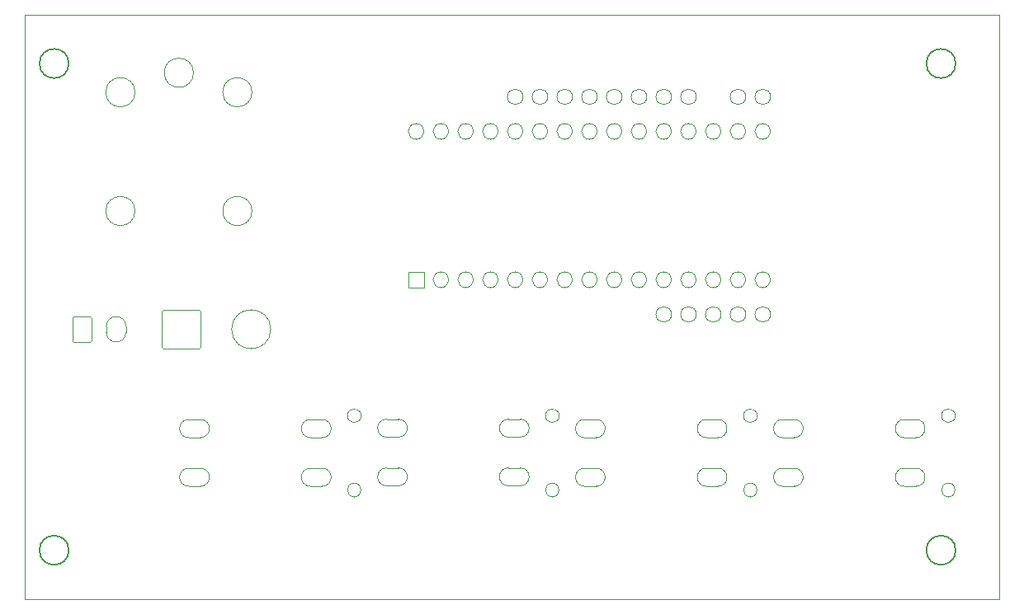
<source format=gbr>
%TF.GenerationSoftware,KiCad,Pcbnew,(6.0.7)*%
%TF.CreationDate,2023-03-20T00:03:39-04:00*%
%TF.ProjectId,timer,74696d65-722e-46b6-9963-61645f706362,rev?*%
%TF.SameCoordinates,Original*%
%TF.FileFunction,AssemblyDrawing,Bot*%
%FSLAX46Y46*%
G04 Gerber Fmt 4.6, Leading zero omitted, Abs format (unit mm)*
G04 Created by KiCad (PCBNEW (6.0.7)) date 2023-03-20 00:03:39*
%MOMM*%
%LPD*%
G01*
G04 APERTURE LIST*
%TA.AperFunction,Profile*%
%ADD10C,0.150000*%
%TD*%
%TA.AperFunction,Profile*%
%ADD11C,0.100000*%
%TD*%
%ADD12C,0.100000*%
%ADD13C,0.100000*%
%TD*%
G04 APERTURE END LIST*
D10*
X121500000Y-60000000D02*
G75*
G03*
X121500000Y-60000000I-1500000J0D01*
G01*
X212500000Y-60000000D02*
G75*
G03*
X212500000Y-60000000I-1500000J0D01*
G01*
X121500000Y-110000000D02*
G75*
G03*
X121500000Y-110000000I-1500000J0D01*
G01*
D11*
X117000000Y-55000000D02*
X217000000Y-55000000D01*
X217000000Y-55000000D02*
X217000000Y-115000000D01*
X217000000Y-115000000D02*
X117000000Y-115000000D01*
X117000000Y-115000000D02*
X117000000Y-55000000D01*
D10*
X212500000Y-110000000D02*
G75*
G03*
X212500000Y-110000000I-1500000J0D01*
G01*
D12*
%TO.C,3.3V*%
X190970000Y-63424000D02*
G75*
G03*
X190970000Y-63424000I-800000J0D01*
G01*
%TD*%
%TO.C,D13*%
X193510000Y-63424000D02*
G75*
G03*
X193510000Y-63424000I-800000J0D01*
G01*
%TD*%
%TO.C,A1*%
X183350000Y-63424000D02*
G75*
G03*
X183350000Y-63424000I-800000J0D01*
G01*
%TD*%
%TO.C,A0*%
X185890000Y-63424000D02*
G75*
G03*
X185890000Y-63424000I-800000J0D01*
G01*
%TD*%
%TO.C,A2*%
X180810000Y-63424000D02*
G75*
G03*
X180810000Y-63424000I-800000J0D01*
G01*
%TD*%
%TO.C,A4*%
X175730000Y-63424000D02*
G75*
G03*
X175730000Y-63424000I-800000J0D01*
G01*
%TD*%
%TO.C,A6*%
X170650000Y-63424000D02*
G75*
G03*
X170650000Y-63424000I-800000J0D01*
G01*
%TD*%
%TO.C,A3*%
X178270000Y-63424000D02*
G75*
G03*
X178270000Y-63424000I-800000J0D01*
G01*
%TD*%
%TO.C,A5*%
X173190000Y-63424000D02*
G75*
G03*
X173190000Y-63424000I-800000J0D01*
G01*
%TD*%
%TO.C,A7*%
X168110000Y-63424000D02*
G75*
G03*
X168110000Y-63424000I-800000J0D01*
G01*
%TD*%
%TO.C,D12*%
X193510000Y-85776000D02*
G75*
G03*
X193510000Y-85776000I-800000J0D01*
G01*
%TD*%
%TO.C,D11*%
X190970000Y-85776000D02*
G75*
G03*
X190970000Y-85776000I-800000J0D01*
G01*
%TD*%
%TO.C,D10*%
X188430000Y-85776000D02*
G75*
G03*
X188430000Y-85776000I-800000J0D01*
G01*
%TD*%
%TO.C,D9*%
X185890000Y-85776000D02*
G75*
G03*
X185890000Y-85776000I-800000J0D01*
G01*
%TD*%
%TO.C,D8*%
X183350000Y-85776000D02*
G75*
G03*
X183350000Y-85776000I-800000J0D01*
G01*
%TD*%
%TO.C,Relay*%
X134300000Y-60950000D02*
G75*
G03*
X134300000Y-60950000I-1500000J0D01*
G01*
X140300000Y-75150000D02*
G75*
G03*
X140300000Y-75150000I-1500000J0D01*
G01*
X128300000Y-75150000D02*
G75*
G03*
X128300000Y-75150000I-1500000J0D01*
G01*
X128300000Y-62950000D02*
G75*
G03*
X128300000Y-62950000I-1500000J0D01*
G01*
X140300000Y-62950000D02*
G75*
G03*
X140300000Y-62950000I-1500000J0D01*
G01*
%TD*%
X157150000Y-67770000D02*
X157150000Y-67770000D01*
X157150000Y-66170000D02*
X157150000Y-66170000D01*
X157150000Y-67770000D02*
G75*
G03*
X157150000Y-66170000I0J800000D01*
G01*
X157150000Y-66170000D02*
G75*
G03*
X157150000Y-67770000I0J-800000D01*
G01*
X159690000Y-67770000D02*
X159690000Y-67770000D01*
X159690000Y-66170000D02*
X159690000Y-66170000D01*
X159690000Y-67770000D02*
G75*
G03*
X159690000Y-66170000I0J800000D01*
G01*
X159690000Y-66170000D02*
G75*
G03*
X159690000Y-67770000I0J-800000D01*
G01*
X162230000Y-67770000D02*
X162230000Y-67770000D01*
X162230000Y-66170000D02*
X162230000Y-66170000D01*
X162230000Y-67770000D02*
G75*
G03*
X162230000Y-66170000I0J800000D01*
G01*
X162230000Y-66170000D02*
G75*
G03*
X162230000Y-67770000I0J-800000D01*
G01*
X164770000Y-67770000D02*
X164770000Y-67770000D01*
X164770000Y-66170000D02*
X164770000Y-66170000D01*
X164770000Y-67770000D02*
G75*
G03*
X164770000Y-66170000I0J800000D01*
G01*
X164770000Y-66170000D02*
G75*
G03*
X164770000Y-67770000I0J-800000D01*
G01*
X167310000Y-67770000D02*
X167310000Y-67770000D01*
X167310000Y-66170000D02*
X167310000Y-66170000D01*
X167310000Y-67770000D02*
G75*
G03*
X167310000Y-66170000I0J800000D01*
G01*
X167310000Y-66170000D02*
G75*
G03*
X167310000Y-67770000I0J-800000D01*
G01*
X169850000Y-67770000D02*
X169850000Y-67770000D01*
X169850000Y-66170000D02*
X169850000Y-66170000D01*
X169850000Y-67770000D02*
G75*
G03*
X169850000Y-66170000I0J800000D01*
G01*
X169850000Y-66170000D02*
G75*
G03*
X169850000Y-67770000I0J-800000D01*
G01*
X172390000Y-67770000D02*
X172390000Y-67770000D01*
X172390000Y-66170000D02*
X172390000Y-66170000D01*
X172390000Y-67770000D02*
G75*
G03*
X172390000Y-66170000I0J800000D01*
G01*
X172390000Y-66170000D02*
G75*
G03*
X172390000Y-67770000I0J-800000D01*
G01*
X174930000Y-67770000D02*
X174930000Y-67770000D01*
X174930000Y-66170000D02*
X174930000Y-66170000D01*
X174930000Y-67770000D02*
G75*
G03*
X174930000Y-66170000I0J800000D01*
G01*
X174930000Y-66170000D02*
G75*
G03*
X174930000Y-67770000I0J-800000D01*
G01*
X177470000Y-67770000D02*
X177470000Y-67770000D01*
X177470000Y-66170000D02*
X177470000Y-66170000D01*
X177470000Y-67770000D02*
G75*
G03*
X177470000Y-66170000I0J800000D01*
G01*
X177470000Y-66170000D02*
G75*
G03*
X177470000Y-67770000I0J-800000D01*
G01*
X180010000Y-67770000D02*
X180010000Y-67770000D01*
X180010000Y-66170000D02*
X180010000Y-66170000D01*
X180010000Y-67770000D02*
G75*
G03*
X180010000Y-66170000I0J800000D01*
G01*
X180010000Y-66170000D02*
G75*
G03*
X180010000Y-67770000I0J-800000D01*
G01*
X182550000Y-67770000D02*
X182550000Y-67770000D01*
X182550000Y-66170000D02*
X182550000Y-66170000D01*
X182550000Y-67770000D02*
G75*
G03*
X182550000Y-66170000I0J800000D01*
G01*
X182550000Y-66170000D02*
G75*
G03*
X182550000Y-67770000I0J-800000D01*
G01*
X185090000Y-67770000D02*
X185090000Y-67770000D01*
X185090000Y-66170000D02*
X185090000Y-66170000D01*
X185090000Y-67770000D02*
G75*
G03*
X185090000Y-66170000I0J800000D01*
G01*
X185090000Y-66170000D02*
G75*
G03*
X185090000Y-67770000I0J-800000D01*
G01*
X187630000Y-67770000D02*
X187630000Y-67770000D01*
X187630000Y-66170000D02*
X187630000Y-66170000D01*
X187630000Y-67770000D02*
G75*
G03*
X187630000Y-66170000I0J800000D01*
G01*
X187630000Y-66170000D02*
G75*
G03*
X187630000Y-67770000I0J-800000D01*
G01*
X190170000Y-67770000D02*
X190170000Y-67770000D01*
X190170000Y-66170000D02*
X190170000Y-66170000D01*
X190170000Y-67770000D02*
G75*
G03*
X190170000Y-66170000I0J800000D01*
G01*
X190170000Y-66170000D02*
G75*
G03*
X190170000Y-67770000I0J-800000D01*
G01*
X192710000Y-67770000D02*
X192710000Y-67770000D01*
X192710000Y-66170000D02*
X192710000Y-66170000D01*
X192710000Y-67770000D02*
G75*
G03*
X192710000Y-66170000I0J800000D01*
G01*
X192710000Y-66170000D02*
G75*
G03*
X192710000Y-67770000I0J-800000D01*
G01*
X192710000Y-83010000D02*
X192710000Y-83010000D01*
X192710000Y-81410000D02*
X192710000Y-81410000D01*
X192710000Y-83010000D02*
G75*
G03*
X192710000Y-81410000I0J800000D01*
G01*
X192710000Y-81410000D02*
G75*
G03*
X192710000Y-83010000I0J-800000D01*
G01*
X190170000Y-83010000D02*
X190170000Y-83010000D01*
X190170000Y-81410000D02*
X190170000Y-81410000D01*
X190170000Y-83010000D02*
G75*
G03*
X190170000Y-81410000I0J800000D01*
G01*
X190170000Y-81410000D02*
G75*
G03*
X190170000Y-83010000I0J-800000D01*
G01*
X187630000Y-83010000D02*
X187630000Y-83010000D01*
X187630000Y-81410000D02*
X187630000Y-81410000D01*
X187630000Y-83010000D02*
G75*
G03*
X187630000Y-81410000I0J800000D01*
G01*
X187630000Y-81410000D02*
G75*
G03*
X187630000Y-83010000I0J-800000D01*
G01*
X185090000Y-83010000D02*
X185090000Y-83010000D01*
X185090000Y-81410000D02*
X185090000Y-81410000D01*
X185090000Y-83010000D02*
G75*
G03*
X185090000Y-81410000I0J800000D01*
G01*
X185090000Y-81410000D02*
G75*
G03*
X185090000Y-83010000I0J-800000D01*
G01*
X182550000Y-83010000D02*
X182550000Y-83010000D01*
X182550000Y-81410000D02*
X182550000Y-81410000D01*
X182550000Y-83010000D02*
G75*
G03*
X182550000Y-81410000I0J800000D01*
G01*
X182550000Y-81410000D02*
G75*
G03*
X182550000Y-83010000I0J-800000D01*
G01*
X180010000Y-83010000D02*
X180010000Y-83010000D01*
X180010000Y-81410000D02*
X180010000Y-81410000D01*
X180010000Y-83010000D02*
G75*
G03*
X180010000Y-81410000I0J800000D01*
G01*
X180010000Y-81410000D02*
G75*
G03*
X180010000Y-83010000I0J-800000D01*
G01*
X177470000Y-83010000D02*
X177470000Y-83010000D01*
X177470000Y-81410000D02*
X177470000Y-81410000D01*
X177470000Y-83010000D02*
G75*
G03*
X177470000Y-81410000I0J800000D01*
G01*
X177470000Y-81410000D02*
G75*
G03*
X177470000Y-83010000I0J-800000D01*
G01*
X174930000Y-83010000D02*
X174930000Y-83010000D01*
X174930000Y-81410000D02*
X174930000Y-81410000D01*
X174930000Y-83010000D02*
G75*
G03*
X174930000Y-81410000I0J800000D01*
G01*
X174930000Y-81410000D02*
G75*
G03*
X174930000Y-83010000I0J-800000D01*
G01*
X172390000Y-83010000D02*
X172390000Y-83010000D01*
X172390000Y-81410000D02*
X172390000Y-81410000D01*
X172390000Y-83010000D02*
G75*
G03*
X172390000Y-81410000I0J800000D01*
G01*
X172390000Y-81410000D02*
G75*
G03*
X172390000Y-83010000I0J-800000D01*
G01*
X169850000Y-83010000D02*
X169850000Y-83010000D01*
X169850000Y-81410000D02*
X169850000Y-81410000D01*
X169850000Y-83010000D02*
G75*
G03*
X169850000Y-81410000I0J800000D01*
G01*
X169850000Y-81410000D02*
G75*
G03*
X169850000Y-83010000I0J-800000D01*
G01*
X167310000Y-83010000D02*
X167310000Y-83010000D01*
X167310000Y-81410000D02*
X167310000Y-81410000D01*
X167310000Y-83010000D02*
G75*
G03*
X167310000Y-81410000I0J800000D01*
G01*
X167310000Y-81410000D02*
G75*
G03*
X167310000Y-83010000I0J-800000D01*
G01*
X164770000Y-83010000D02*
X164770000Y-83010000D01*
X164770000Y-81410000D02*
X164770000Y-81410000D01*
X164770000Y-83010000D02*
G75*
G03*
X164770000Y-81410000I0J800000D01*
G01*
X164770000Y-81410000D02*
G75*
G03*
X164770000Y-83010000I0J-800000D01*
G01*
X162230000Y-83010000D02*
X162230000Y-83010000D01*
X162230000Y-81410000D02*
X162230000Y-81410000D01*
X162230000Y-83010000D02*
G75*
G03*
X162230000Y-81410000I0J800000D01*
G01*
X162230000Y-81410000D02*
G75*
G03*
X162230000Y-83010000I0J-800000D01*
G01*
X159690000Y-83010000D02*
X159690000Y-83010000D01*
X159690000Y-81410000D02*
X159690000Y-81410000D01*
X159690000Y-83010000D02*
G75*
G03*
X159690000Y-81410000I0J800000D01*
G01*
X159690000Y-81410000D02*
G75*
G03*
X159690000Y-83010000I0J-800000D01*
G01*
%TO.C,A1*%
X156350000Y-81410000D02*
X156350000Y-83010000D01*
X157950000Y-83010000D01*
X157950000Y-81410000D01*
X156350000Y-81410000D01*
%TD*%
D13*
%TO.C,Battery*%
D12*
X131020000Y-85550000D02*
X131039030Y-85454329D01*
X131093223Y-85373223D01*
X131174329Y-85319030D01*
X131270000Y-85300000D01*
X134770000Y-85300000D01*
X134865671Y-85319030D01*
X134946777Y-85373223D01*
X135000970Y-85454329D01*
X135020000Y-85550000D01*
X135020000Y-89050000D01*
X135000970Y-89145671D01*
X134946777Y-89226777D01*
X134865671Y-89280970D01*
X134770000Y-89300000D01*
X131270000Y-89300000D01*
X131174329Y-89280970D01*
X131093223Y-89226777D01*
X131039030Y-89145671D01*
X131020000Y-89050000D01*
X131020000Y-85550000D01*
X142220000Y-87300000D02*
G75*
G03*
X142220000Y-87300000I-2000000J0D01*
G01*
%TD*%
X208439000Y-101575000D02*
X207241000Y-101575000D01*
X208439000Y-103425000D02*
X207241000Y-103425000D01*
X207241000Y-101575000D02*
G75*
G03*
X207241000Y-103425000I0J-925000D01*
G01*
X208439000Y-103425000D02*
G75*
G03*
X208439000Y-101575000I0J925000D01*
G01*
X195939000Y-101575000D02*
X194741000Y-101575000D01*
X195939000Y-103425000D02*
X194741000Y-103425000D01*
X194741000Y-101575000D02*
G75*
G03*
X194741000Y-103425000I0J-925000D01*
G01*
X195939000Y-103425000D02*
G75*
G03*
X195939000Y-101575000I0J925000D01*
G01*
X208439000Y-96575000D02*
X207241000Y-96575000D01*
X208439000Y-98425000D02*
X207241000Y-98425000D01*
X207241000Y-96575000D02*
G75*
G03*
X207241000Y-98425000I0J-925000D01*
G01*
X208439000Y-98425000D02*
G75*
G03*
X208439000Y-96575000I0J925000D01*
G01*
X195939000Y-96575000D02*
X194741000Y-96575000D01*
X195939000Y-98425000D02*
X194741000Y-98425000D01*
X194741000Y-96575000D02*
G75*
G03*
X194741000Y-98425000I0J-925000D01*
G01*
X195939000Y-98425000D02*
G75*
G03*
X195939000Y-96575000I0J925000D01*
G01*
X188119000Y-101575000D02*
X186921000Y-101575000D01*
X188119000Y-103425000D02*
X186921000Y-103425000D01*
X186921000Y-101575000D02*
G75*
G03*
X186921000Y-103425000I0J-925000D01*
G01*
X188119000Y-103425000D02*
G75*
G03*
X188119000Y-101575000I0J925000D01*
G01*
X175619000Y-101575000D02*
X174421000Y-101575000D01*
X175619000Y-103425000D02*
X174421000Y-103425000D01*
X174421000Y-101575000D02*
G75*
G03*
X174421000Y-103425000I0J-925000D01*
G01*
X175619000Y-103425000D02*
G75*
G03*
X175619000Y-101575000I0J925000D01*
G01*
X188119000Y-96575000D02*
X186921000Y-96575000D01*
X188119000Y-98425000D02*
X186921000Y-98425000D01*
X186921000Y-96575000D02*
G75*
G03*
X186921000Y-98425000I0J-925000D01*
G01*
X188119000Y-98425000D02*
G75*
G03*
X188119000Y-96575000I0J925000D01*
G01*
X175619000Y-96575000D02*
X174421000Y-96575000D01*
X175619000Y-98425000D02*
X174421000Y-98425000D01*
X174421000Y-96575000D02*
G75*
G03*
X174421000Y-98425000I0J-925000D01*
G01*
X175619000Y-98425000D02*
G75*
G03*
X175619000Y-96575000I0J925000D01*
G01*
X154121000Y-98385000D02*
X155319000Y-98385000D01*
X154121000Y-96535000D02*
X155319000Y-96535000D01*
X155319000Y-98385000D02*
G75*
G03*
X155319000Y-96535000I0J925000D01*
G01*
X154121000Y-96535000D02*
G75*
G03*
X154121000Y-98385000I0J-925000D01*
G01*
X166621000Y-98385000D02*
X167819000Y-98385000D01*
X166621000Y-96535000D02*
X167819000Y-96535000D01*
X167819000Y-98385000D02*
G75*
G03*
X167819000Y-96535000I0J925000D01*
G01*
X166621000Y-96535000D02*
G75*
G03*
X166621000Y-98385000I0J-925000D01*
G01*
X154121000Y-103385000D02*
X155319000Y-103385000D01*
X154121000Y-101535000D02*
X155319000Y-101535000D01*
X155319000Y-103385000D02*
G75*
G03*
X155319000Y-101535000I0J925000D01*
G01*
X154121000Y-101535000D02*
G75*
G03*
X154121000Y-103385000I0J-925000D01*
G01*
X166621000Y-103385000D02*
X167819000Y-103385000D01*
X166621000Y-101535000D02*
X167819000Y-101535000D01*
X167819000Y-103385000D02*
G75*
G03*
X167819000Y-101535000I0J925000D01*
G01*
X166621000Y-101535000D02*
G75*
G03*
X166621000Y-103385000I0J-925000D01*
G01*
X133801000Y-98425000D02*
X134999000Y-98425000D01*
X133801000Y-96575000D02*
X134999000Y-96575000D01*
X134999000Y-98425000D02*
G75*
G03*
X134999000Y-96575000I0J925000D01*
G01*
X133801000Y-96575000D02*
G75*
G03*
X133801000Y-98425000I0J-925000D01*
G01*
X146301000Y-98425000D02*
X147499000Y-98425000D01*
X146301000Y-96575000D02*
X147499000Y-96575000D01*
X147499000Y-98425000D02*
G75*
G03*
X147499000Y-96575000I0J925000D01*
G01*
X146301000Y-96575000D02*
G75*
G03*
X146301000Y-98425000I0J-925000D01*
G01*
X133801000Y-103425000D02*
X134999000Y-103425000D01*
X133801000Y-101575000D02*
X134999000Y-101575000D01*
X134999000Y-103425000D02*
G75*
G03*
X134999000Y-101575000I0J925000D01*
G01*
X133801000Y-101575000D02*
G75*
G03*
X133801000Y-103425000I0J-925000D01*
G01*
X146301000Y-103425000D02*
X147499000Y-103425000D01*
X146301000Y-101575000D02*
X147499000Y-101575000D01*
X147499000Y-103425000D02*
G75*
G03*
X147499000Y-101575000I0J925000D01*
G01*
X146301000Y-101575000D02*
G75*
G03*
X146301000Y-103425000I0J-925000D01*
G01*
%TO.C,R5*%
X212460000Y-96190000D02*
G75*
G03*
X212460000Y-96190000I-700000J0D01*
G01*
X211760000Y-103110000D02*
X211760000Y-103110000D01*
X211760000Y-104510000D02*
X211760000Y-104510000D01*
X211760000Y-103110000D02*
G75*
G03*
X211760000Y-104510000I0J-700000D01*
G01*
X211760000Y-104510000D02*
G75*
G03*
X211760000Y-103110000I0J700000D01*
G01*
%TD*%
%TO.C,R3*%
X192140000Y-96190000D02*
G75*
G03*
X192140000Y-96190000I-700000J0D01*
G01*
X191440000Y-103110000D02*
X191440000Y-103110000D01*
X191440000Y-104510000D02*
X191440000Y-104510000D01*
X191440000Y-103110000D02*
G75*
G03*
X191440000Y-104510000I0J-700000D01*
G01*
X191440000Y-104510000D02*
G75*
G03*
X191440000Y-103110000I0J700000D01*
G01*
%TD*%
%TO.C,R2*%
X171820000Y-96190000D02*
G75*
G03*
X171820000Y-96190000I-700000J0D01*
G01*
X171120000Y-103110000D02*
X171120000Y-103110000D01*
X171120000Y-104510000D02*
X171120000Y-104510000D01*
X171120000Y-103110000D02*
G75*
G03*
X171120000Y-104510000I0J-700000D01*
G01*
X171120000Y-104510000D02*
G75*
G03*
X171120000Y-103110000I0J700000D01*
G01*
%TD*%
X150800000Y-103110000D02*
X150800000Y-103110000D01*
X150800000Y-104510000D02*
X150800000Y-104510000D01*
X150800000Y-103110000D02*
G75*
G03*
X150800000Y-104510000I0J-700000D01*
G01*
X150800000Y-104510000D02*
G75*
G03*
X150800000Y-103110000I0J700000D01*
G01*
%TO.C,R1*%
X151500000Y-96190000D02*
G75*
G03*
X151500000Y-96190000I-700000J0D01*
G01*
%TD*%
X125360000Y-87000000D02*
X125360000Y-87600000D01*
X127360000Y-87000000D02*
X127360000Y-87600000D01*
X125360000Y-87600000D02*
G75*
G03*
X127360000Y-87600000I1000000J0D01*
G01*
X127360000Y-87000000D02*
G75*
G03*
X125360000Y-87000000I-1000000J0D01*
G01*
D13*
%TO.C,Speaker*%
D12*
X121860000Y-86250000D02*
X121879030Y-86154329D01*
X121933223Y-86073223D01*
X122014329Y-86019030D01*
X122110000Y-86000000D01*
X123610000Y-86000000D01*
X123705671Y-86019030D01*
X123786777Y-86073223D01*
X123840970Y-86154329D01*
X123860000Y-86250000D01*
X123860000Y-88350000D01*
X123840970Y-88445671D01*
X123786777Y-88526777D01*
X123705671Y-88580970D01*
X123610000Y-88600000D01*
X122110000Y-88600000D01*
X122014329Y-88580970D01*
X121933223Y-88526777D01*
X121879030Y-88445671D01*
X121860000Y-88350000D01*
X121860000Y-86250000D01*
%TD*%
M02*

</source>
